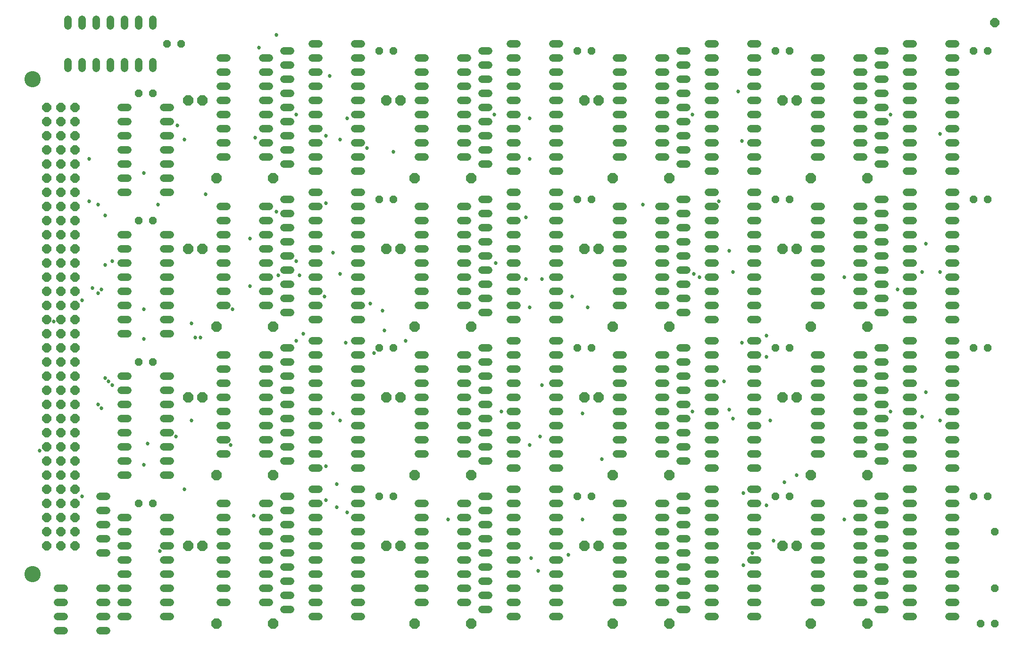
<source format=gbr>
G04 EAGLE Gerber RS-274X export*
G75*
%MOMM*%
%FSLAX34Y34*%
%LPD*%
%INSoldermask Top*%
%IPPOS*%
%AMOC8*
5,1,8,0,0,1.08239X$1,22.5*%
G01*
%ADD10P,1.787026X8X202.500000*%
%ADD11C,2.921000*%
%ADD12P,1.457113X8X202.500000*%
%ADD13P,1.457113X8X112.500000*%
%ADD14C,1.346200*%
%ADD15P,1.457113X8X22.500000*%
%ADD16P,1.951982X8X202.500000*%
%ADD17P,1.951982X8X22.500000*%
%ADD18P,1.787026X8X22.500000*%
%ADD19C,0.685800*%


D10*
X50800Y177800D03*
X50800Y203200D03*
X50800Y228600D03*
X50800Y254000D03*
X50800Y279400D03*
X50800Y304800D03*
X50800Y330200D03*
X50800Y355600D03*
X50800Y381000D03*
X50800Y406400D03*
X50800Y431800D03*
X50800Y457200D03*
X50800Y482600D03*
X50800Y508000D03*
X50800Y533400D03*
X50800Y558800D03*
X76200Y177800D03*
X76200Y203200D03*
X76200Y228600D03*
X76200Y254000D03*
X76200Y279400D03*
X76200Y304800D03*
X76200Y330200D03*
X76200Y355600D03*
X76200Y381000D03*
X76200Y406400D03*
X76200Y431800D03*
X76200Y457200D03*
X76200Y482600D03*
X76200Y508000D03*
X76200Y533400D03*
X76200Y558800D03*
X101600Y177800D03*
X101600Y203200D03*
X101600Y228600D03*
X101600Y254000D03*
X101600Y279400D03*
X101600Y304800D03*
X101600Y330200D03*
X101600Y355600D03*
X101600Y381000D03*
X101600Y406400D03*
X101600Y431800D03*
X101600Y457200D03*
X101600Y482600D03*
X101600Y508000D03*
X101600Y533400D03*
X101600Y558800D03*
X50800Y584200D03*
X50800Y609600D03*
X50800Y635000D03*
X50800Y660400D03*
X50800Y685800D03*
X50800Y711200D03*
X50800Y736600D03*
X50800Y762000D03*
X50800Y787400D03*
X50800Y812800D03*
X50800Y838200D03*
X50800Y863600D03*
X50800Y889000D03*
X50800Y914400D03*
X50800Y939800D03*
X50800Y965200D03*
X76200Y584200D03*
X76200Y609600D03*
X76200Y635000D03*
X76200Y660400D03*
X76200Y685800D03*
X76200Y711200D03*
X76200Y736600D03*
X76200Y762000D03*
X76200Y787400D03*
X76200Y812800D03*
X76200Y838200D03*
X76200Y863600D03*
X76200Y889000D03*
X76200Y914400D03*
X76200Y939800D03*
X76200Y965200D03*
X101600Y584200D03*
X101600Y609600D03*
X101600Y635000D03*
X101600Y660400D03*
X101600Y685800D03*
X101600Y711200D03*
X101600Y736600D03*
X101600Y762000D03*
X101600Y787400D03*
X101600Y812800D03*
X101600Y838200D03*
X101600Y863600D03*
X101600Y889000D03*
X101600Y914400D03*
X101600Y939800D03*
X101600Y965200D03*
D11*
X25400Y1016064D03*
X25400Y126936D03*
D12*
X1752600Y38100D03*
X1727200Y38100D03*
D13*
X1752600Y101600D03*
X1752600Y203200D03*
D14*
X539496Y1079500D02*
X527304Y1079500D01*
X527304Y1054100D02*
X539496Y1054100D01*
X539496Y927100D02*
X527304Y927100D01*
X527304Y901700D02*
X539496Y901700D01*
X539496Y1028700D02*
X527304Y1028700D01*
X527304Y1003300D02*
X539496Y1003300D01*
X539496Y952500D02*
X527304Y952500D01*
X527304Y977900D02*
X539496Y977900D01*
X539496Y876300D02*
X527304Y876300D01*
X527304Y850900D02*
X539496Y850900D01*
X603504Y850900D02*
X615696Y850900D01*
X615696Y876300D02*
X603504Y876300D01*
X603504Y901700D02*
X615696Y901700D01*
X615696Y927100D02*
X603504Y927100D01*
X603504Y952500D02*
X615696Y952500D01*
X615696Y977900D02*
X603504Y977900D01*
X603504Y1003300D02*
X615696Y1003300D01*
X615696Y1028700D02*
X603504Y1028700D01*
X603504Y1054100D02*
X615696Y1054100D01*
X615696Y1079500D02*
X603504Y1079500D01*
X488696Y1066800D02*
X476504Y1066800D01*
X476504Y1041400D02*
X488696Y1041400D01*
X488696Y1016000D02*
X476504Y1016000D01*
X476504Y990600D02*
X488696Y990600D01*
X488696Y965200D02*
X476504Y965200D01*
X476504Y939800D02*
X488696Y939800D01*
X488696Y914400D02*
X476504Y914400D01*
X476504Y889000D02*
X488696Y889000D01*
X488696Y863600D02*
X476504Y863600D01*
X527304Y812800D02*
X539496Y812800D01*
X539496Y787400D02*
X527304Y787400D01*
X527304Y660400D02*
X539496Y660400D01*
X539496Y635000D02*
X527304Y635000D01*
X527304Y762000D02*
X539496Y762000D01*
X539496Y736600D02*
X527304Y736600D01*
X527304Y685800D02*
X539496Y685800D01*
X539496Y711200D02*
X527304Y711200D01*
X527304Y609600D02*
X539496Y609600D01*
X539496Y584200D02*
X527304Y584200D01*
X603504Y584200D02*
X615696Y584200D01*
X615696Y609600D02*
X603504Y609600D01*
X603504Y635000D02*
X615696Y635000D01*
X615696Y660400D02*
X603504Y660400D01*
X603504Y685800D02*
X615696Y685800D01*
X615696Y711200D02*
X603504Y711200D01*
X603504Y736600D02*
X615696Y736600D01*
X615696Y762000D02*
X603504Y762000D01*
X603504Y787400D02*
X615696Y787400D01*
X615696Y812800D02*
X603504Y812800D01*
X488696Y800100D02*
X476504Y800100D01*
X476504Y774700D02*
X488696Y774700D01*
X488696Y749300D02*
X476504Y749300D01*
X476504Y723900D02*
X488696Y723900D01*
X488696Y698500D02*
X476504Y698500D01*
X476504Y673100D02*
X488696Y673100D01*
X488696Y647700D02*
X476504Y647700D01*
X476504Y622300D02*
X488696Y622300D01*
X488696Y596900D02*
X476504Y596900D01*
X527304Y546100D02*
X539496Y546100D01*
X539496Y520700D02*
X527304Y520700D01*
X527304Y393700D02*
X539496Y393700D01*
X539496Y368300D02*
X527304Y368300D01*
X527304Y495300D02*
X539496Y495300D01*
X539496Y469900D02*
X527304Y469900D01*
X527304Y419100D02*
X539496Y419100D01*
X539496Y444500D02*
X527304Y444500D01*
X527304Y342900D02*
X539496Y342900D01*
X539496Y317500D02*
X527304Y317500D01*
X603504Y317500D02*
X615696Y317500D01*
X615696Y342900D02*
X603504Y342900D01*
X603504Y368300D02*
X615696Y368300D01*
X615696Y393700D02*
X603504Y393700D01*
X603504Y419100D02*
X615696Y419100D01*
X615696Y444500D02*
X603504Y444500D01*
X603504Y469900D02*
X615696Y469900D01*
X615696Y495300D02*
X603504Y495300D01*
X603504Y520700D02*
X615696Y520700D01*
X615696Y546100D02*
X603504Y546100D01*
X488696Y533400D02*
X476504Y533400D01*
X476504Y508000D02*
X488696Y508000D01*
X488696Y482600D02*
X476504Y482600D01*
X476504Y457200D02*
X488696Y457200D01*
X488696Y431800D02*
X476504Y431800D01*
X476504Y406400D02*
X488696Y406400D01*
X488696Y381000D02*
X476504Y381000D01*
X476504Y355600D02*
X488696Y355600D01*
X488696Y330200D02*
X476504Y330200D01*
X527304Y279400D02*
X539496Y279400D01*
X539496Y254000D02*
X527304Y254000D01*
X527304Y127000D02*
X539496Y127000D01*
X539496Y101600D02*
X527304Y101600D01*
X527304Y228600D02*
X539496Y228600D01*
X539496Y203200D02*
X527304Y203200D01*
X527304Y152400D02*
X539496Y152400D01*
X539496Y177800D02*
X527304Y177800D01*
X527304Y76200D02*
X539496Y76200D01*
X539496Y50800D02*
X527304Y50800D01*
X603504Y50800D02*
X615696Y50800D01*
X615696Y76200D02*
X603504Y76200D01*
X603504Y101600D02*
X615696Y101600D01*
X615696Y127000D02*
X603504Y127000D01*
X603504Y152400D02*
X615696Y152400D01*
X615696Y177800D02*
X603504Y177800D01*
X603504Y203200D02*
X615696Y203200D01*
X615696Y228600D02*
X603504Y228600D01*
X603504Y254000D02*
X615696Y254000D01*
X615696Y279400D02*
X603504Y279400D01*
X488696Y266700D02*
X476504Y266700D01*
X476504Y241300D02*
X488696Y241300D01*
X488696Y215900D02*
X476504Y215900D01*
X476504Y190500D02*
X488696Y190500D01*
X488696Y165100D02*
X476504Y165100D01*
X476504Y139700D02*
X488696Y139700D01*
X488696Y114300D02*
X476504Y114300D01*
X476504Y88900D02*
X488696Y88900D01*
X488696Y63500D02*
X476504Y63500D01*
X882904Y1079500D02*
X895096Y1079500D01*
X895096Y1054100D02*
X882904Y1054100D01*
X882904Y927100D02*
X895096Y927100D01*
X895096Y901700D02*
X882904Y901700D01*
X882904Y1028700D02*
X895096Y1028700D01*
X895096Y1003300D02*
X882904Y1003300D01*
X882904Y952500D02*
X895096Y952500D01*
X895096Y977900D02*
X882904Y977900D01*
X882904Y876300D02*
X895096Y876300D01*
X895096Y850900D02*
X882904Y850900D01*
X959104Y850900D02*
X971296Y850900D01*
X971296Y876300D02*
X959104Y876300D01*
X959104Y901700D02*
X971296Y901700D01*
X971296Y927100D02*
X959104Y927100D01*
X959104Y952500D02*
X971296Y952500D01*
X971296Y977900D02*
X959104Y977900D01*
X959104Y1003300D02*
X971296Y1003300D01*
X971296Y1028700D02*
X959104Y1028700D01*
X959104Y1054100D02*
X971296Y1054100D01*
X971296Y1079500D02*
X959104Y1079500D01*
X844296Y1066800D02*
X832104Y1066800D01*
X832104Y1041400D02*
X844296Y1041400D01*
X844296Y1016000D02*
X832104Y1016000D01*
X832104Y990600D02*
X844296Y990600D01*
X844296Y965200D02*
X832104Y965200D01*
X832104Y939800D02*
X844296Y939800D01*
X844296Y914400D02*
X832104Y914400D01*
X832104Y889000D02*
X844296Y889000D01*
X844296Y863600D02*
X832104Y863600D01*
X882904Y812800D02*
X895096Y812800D01*
X895096Y787400D02*
X882904Y787400D01*
X882904Y660400D02*
X895096Y660400D01*
X895096Y635000D02*
X882904Y635000D01*
X882904Y762000D02*
X895096Y762000D01*
X895096Y736600D02*
X882904Y736600D01*
X882904Y685800D02*
X895096Y685800D01*
X895096Y711200D02*
X882904Y711200D01*
X882904Y609600D02*
X895096Y609600D01*
X895096Y584200D02*
X882904Y584200D01*
X959104Y584200D02*
X971296Y584200D01*
X971296Y609600D02*
X959104Y609600D01*
X959104Y635000D02*
X971296Y635000D01*
X971296Y660400D02*
X959104Y660400D01*
X959104Y685800D02*
X971296Y685800D01*
X971296Y711200D02*
X959104Y711200D01*
X959104Y736600D02*
X971296Y736600D01*
X971296Y762000D02*
X959104Y762000D01*
X959104Y787400D02*
X971296Y787400D01*
X971296Y812800D02*
X959104Y812800D01*
X844296Y800100D02*
X832104Y800100D01*
X832104Y774700D02*
X844296Y774700D01*
X844296Y749300D02*
X832104Y749300D01*
X832104Y723900D02*
X844296Y723900D01*
X844296Y698500D02*
X832104Y698500D01*
X832104Y673100D02*
X844296Y673100D01*
X844296Y647700D02*
X832104Y647700D01*
X832104Y622300D02*
X844296Y622300D01*
X844296Y596900D02*
X832104Y596900D01*
X882904Y546100D02*
X895096Y546100D01*
X895096Y520700D02*
X882904Y520700D01*
X882904Y393700D02*
X895096Y393700D01*
X895096Y368300D02*
X882904Y368300D01*
X882904Y495300D02*
X895096Y495300D01*
X895096Y469900D02*
X882904Y469900D01*
X882904Y419100D02*
X895096Y419100D01*
X895096Y444500D02*
X882904Y444500D01*
X882904Y342900D02*
X895096Y342900D01*
X895096Y317500D02*
X882904Y317500D01*
X959104Y317500D02*
X971296Y317500D01*
X971296Y342900D02*
X959104Y342900D01*
X959104Y368300D02*
X971296Y368300D01*
X971296Y393700D02*
X959104Y393700D01*
X959104Y419100D02*
X971296Y419100D01*
X971296Y444500D02*
X959104Y444500D01*
X959104Y469900D02*
X971296Y469900D01*
X971296Y495300D02*
X959104Y495300D01*
X959104Y520700D02*
X971296Y520700D01*
X971296Y546100D02*
X959104Y546100D01*
X844296Y533400D02*
X832104Y533400D01*
X832104Y508000D02*
X844296Y508000D01*
X844296Y482600D02*
X832104Y482600D01*
X832104Y457200D02*
X844296Y457200D01*
X844296Y431800D02*
X832104Y431800D01*
X832104Y406400D02*
X844296Y406400D01*
X844296Y381000D02*
X832104Y381000D01*
X832104Y355600D02*
X844296Y355600D01*
X844296Y330200D02*
X832104Y330200D01*
X882904Y279400D02*
X895096Y279400D01*
X895096Y254000D02*
X882904Y254000D01*
X882904Y127000D02*
X895096Y127000D01*
X895096Y101600D02*
X882904Y101600D01*
X882904Y228600D02*
X895096Y228600D01*
X895096Y203200D02*
X882904Y203200D01*
X882904Y152400D02*
X895096Y152400D01*
X895096Y177800D02*
X882904Y177800D01*
X882904Y76200D02*
X895096Y76200D01*
X895096Y50800D02*
X882904Y50800D01*
X959104Y50800D02*
X971296Y50800D01*
X971296Y76200D02*
X959104Y76200D01*
X959104Y101600D02*
X971296Y101600D01*
X971296Y127000D02*
X959104Y127000D01*
X959104Y152400D02*
X971296Y152400D01*
X971296Y177800D02*
X959104Y177800D01*
X959104Y203200D02*
X971296Y203200D01*
X971296Y228600D02*
X959104Y228600D01*
X959104Y254000D02*
X971296Y254000D01*
X971296Y279400D02*
X959104Y279400D01*
X844296Y266700D02*
X832104Y266700D01*
X832104Y241300D02*
X844296Y241300D01*
X844296Y215900D02*
X832104Y215900D01*
X832104Y190500D02*
X844296Y190500D01*
X844296Y165100D02*
X832104Y165100D01*
X832104Y139700D02*
X844296Y139700D01*
X844296Y114300D02*
X832104Y114300D01*
X832104Y88900D02*
X844296Y88900D01*
X844296Y63500D02*
X832104Y63500D01*
X1238504Y1079500D02*
X1250696Y1079500D01*
X1250696Y1054100D02*
X1238504Y1054100D01*
X1238504Y927100D02*
X1250696Y927100D01*
X1250696Y901700D02*
X1238504Y901700D01*
X1238504Y1028700D02*
X1250696Y1028700D01*
X1250696Y1003300D02*
X1238504Y1003300D01*
X1238504Y952500D02*
X1250696Y952500D01*
X1250696Y977900D02*
X1238504Y977900D01*
X1238504Y876300D02*
X1250696Y876300D01*
X1250696Y850900D02*
X1238504Y850900D01*
X1314704Y850900D02*
X1326896Y850900D01*
X1326896Y876300D02*
X1314704Y876300D01*
X1314704Y901700D02*
X1326896Y901700D01*
X1326896Y927100D02*
X1314704Y927100D01*
X1314704Y952500D02*
X1326896Y952500D01*
X1326896Y977900D02*
X1314704Y977900D01*
X1314704Y1003300D02*
X1326896Y1003300D01*
X1326896Y1028700D02*
X1314704Y1028700D01*
X1314704Y1054100D02*
X1326896Y1054100D01*
X1326896Y1079500D02*
X1314704Y1079500D01*
X1199896Y1066800D02*
X1187704Y1066800D01*
X1187704Y1041400D02*
X1199896Y1041400D01*
X1199896Y1016000D02*
X1187704Y1016000D01*
X1187704Y990600D02*
X1199896Y990600D01*
X1199896Y965200D02*
X1187704Y965200D01*
X1187704Y939800D02*
X1199896Y939800D01*
X1199896Y914400D02*
X1187704Y914400D01*
X1187704Y889000D02*
X1199896Y889000D01*
X1199896Y863600D02*
X1187704Y863600D01*
X1238504Y812800D02*
X1250696Y812800D01*
X1250696Y787400D02*
X1238504Y787400D01*
X1238504Y660400D02*
X1250696Y660400D01*
X1250696Y635000D02*
X1238504Y635000D01*
X1238504Y762000D02*
X1250696Y762000D01*
X1250696Y736600D02*
X1238504Y736600D01*
X1238504Y685800D02*
X1250696Y685800D01*
X1250696Y711200D02*
X1238504Y711200D01*
X1238504Y609600D02*
X1250696Y609600D01*
X1250696Y584200D02*
X1238504Y584200D01*
X1314704Y584200D02*
X1326896Y584200D01*
X1326896Y609600D02*
X1314704Y609600D01*
X1314704Y635000D02*
X1326896Y635000D01*
X1326896Y660400D02*
X1314704Y660400D01*
X1314704Y685800D02*
X1326896Y685800D01*
X1326896Y711200D02*
X1314704Y711200D01*
X1314704Y736600D02*
X1326896Y736600D01*
X1326896Y762000D02*
X1314704Y762000D01*
X1314704Y787400D02*
X1326896Y787400D01*
X1326896Y812800D02*
X1314704Y812800D01*
X1199896Y800100D02*
X1187704Y800100D01*
X1187704Y774700D02*
X1199896Y774700D01*
X1199896Y749300D02*
X1187704Y749300D01*
X1187704Y723900D02*
X1199896Y723900D01*
X1199896Y698500D02*
X1187704Y698500D01*
X1187704Y673100D02*
X1199896Y673100D01*
X1199896Y647700D02*
X1187704Y647700D01*
X1187704Y622300D02*
X1199896Y622300D01*
X1199896Y596900D02*
X1187704Y596900D01*
X1238504Y546100D02*
X1250696Y546100D01*
X1250696Y520700D02*
X1238504Y520700D01*
X1238504Y393700D02*
X1250696Y393700D01*
X1250696Y368300D02*
X1238504Y368300D01*
X1238504Y495300D02*
X1250696Y495300D01*
X1250696Y469900D02*
X1238504Y469900D01*
X1238504Y419100D02*
X1250696Y419100D01*
X1250696Y444500D02*
X1238504Y444500D01*
X1238504Y342900D02*
X1250696Y342900D01*
X1250696Y317500D02*
X1238504Y317500D01*
X1314704Y317500D02*
X1326896Y317500D01*
X1326896Y342900D02*
X1314704Y342900D01*
X1314704Y368300D02*
X1326896Y368300D01*
X1326896Y393700D02*
X1314704Y393700D01*
X1314704Y419100D02*
X1326896Y419100D01*
X1326896Y444500D02*
X1314704Y444500D01*
X1314704Y469900D02*
X1326896Y469900D01*
X1326896Y495300D02*
X1314704Y495300D01*
X1314704Y520700D02*
X1326896Y520700D01*
X1326896Y546100D02*
X1314704Y546100D01*
X1199896Y533400D02*
X1187704Y533400D01*
X1187704Y508000D02*
X1199896Y508000D01*
X1199896Y482600D02*
X1187704Y482600D01*
X1187704Y457200D02*
X1199896Y457200D01*
X1199896Y431800D02*
X1187704Y431800D01*
X1187704Y406400D02*
X1199896Y406400D01*
X1199896Y381000D02*
X1187704Y381000D01*
X1187704Y355600D02*
X1199896Y355600D01*
X1199896Y330200D02*
X1187704Y330200D01*
X1238504Y279400D02*
X1250696Y279400D01*
X1250696Y254000D02*
X1238504Y254000D01*
X1238504Y127000D02*
X1250696Y127000D01*
X1250696Y101600D02*
X1238504Y101600D01*
X1238504Y228600D02*
X1250696Y228600D01*
X1250696Y203200D02*
X1238504Y203200D01*
X1238504Y152400D02*
X1250696Y152400D01*
X1250696Y177800D02*
X1238504Y177800D01*
X1238504Y76200D02*
X1250696Y76200D01*
X1250696Y50800D02*
X1238504Y50800D01*
X1314704Y50800D02*
X1326896Y50800D01*
X1326896Y76200D02*
X1314704Y76200D01*
X1314704Y101600D02*
X1326896Y101600D01*
X1326896Y127000D02*
X1314704Y127000D01*
X1314704Y152400D02*
X1326896Y152400D01*
X1326896Y177800D02*
X1314704Y177800D01*
X1314704Y203200D02*
X1326896Y203200D01*
X1326896Y228600D02*
X1314704Y228600D01*
X1314704Y254000D02*
X1326896Y254000D01*
X1326896Y279400D02*
X1314704Y279400D01*
X1199896Y266700D02*
X1187704Y266700D01*
X1187704Y241300D02*
X1199896Y241300D01*
X1199896Y215900D02*
X1187704Y215900D01*
X1187704Y190500D02*
X1199896Y190500D01*
X1199896Y165100D02*
X1187704Y165100D01*
X1187704Y139700D02*
X1199896Y139700D01*
X1199896Y114300D02*
X1187704Y114300D01*
X1187704Y88900D02*
X1199896Y88900D01*
X1199896Y63500D02*
X1187704Y63500D01*
X1594104Y1079500D02*
X1606296Y1079500D01*
X1606296Y1054100D02*
X1594104Y1054100D01*
X1594104Y927100D02*
X1606296Y927100D01*
X1606296Y901700D02*
X1594104Y901700D01*
X1594104Y1028700D02*
X1606296Y1028700D01*
X1606296Y1003300D02*
X1594104Y1003300D01*
X1594104Y952500D02*
X1606296Y952500D01*
X1606296Y977900D02*
X1594104Y977900D01*
X1594104Y876300D02*
X1606296Y876300D01*
X1606296Y850900D02*
X1594104Y850900D01*
X1670304Y850900D02*
X1682496Y850900D01*
X1682496Y876300D02*
X1670304Y876300D01*
X1670304Y901700D02*
X1682496Y901700D01*
X1682496Y927100D02*
X1670304Y927100D01*
X1670304Y952500D02*
X1682496Y952500D01*
X1682496Y977900D02*
X1670304Y977900D01*
X1670304Y1003300D02*
X1682496Y1003300D01*
X1682496Y1028700D02*
X1670304Y1028700D01*
X1670304Y1054100D02*
X1682496Y1054100D01*
X1682496Y1079500D02*
X1670304Y1079500D01*
X1555496Y1066800D02*
X1543304Y1066800D01*
X1543304Y1041400D02*
X1555496Y1041400D01*
X1555496Y1016000D02*
X1543304Y1016000D01*
X1543304Y990600D02*
X1555496Y990600D01*
X1555496Y965200D02*
X1543304Y965200D01*
X1543304Y939800D02*
X1555496Y939800D01*
X1555496Y914400D02*
X1543304Y914400D01*
X1543304Y889000D02*
X1555496Y889000D01*
X1555496Y863600D02*
X1543304Y863600D01*
X1594104Y812800D02*
X1606296Y812800D01*
X1606296Y787400D02*
X1594104Y787400D01*
X1594104Y660400D02*
X1606296Y660400D01*
X1606296Y635000D02*
X1594104Y635000D01*
X1594104Y762000D02*
X1606296Y762000D01*
X1606296Y736600D02*
X1594104Y736600D01*
X1594104Y685800D02*
X1606296Y685800D01*
X1606296Y711200D02*
X1594104Y711200D01*
X1594104Y609600D02*
X1606296Y609600D01*
X1606296Y584200D02*
X1594104Y584200D01*
X1670304Y584200D02*
X1682496Y584200D01*
X1682496Y609600D02*
X1670304Y609600D01*
X1670304Y635000D02*
X1682496Y635000D01*
X1682496Y660400D02*
X1670304Y660400D01*
X1670304Y685800D02*
X1682496Y685800D01*
X1682496Y711200D02*
X1670304Y711200D01*
X1670304Y736600D02*
X1682496Y736600D01*
X1682496Y762000D02*
X1670304Y762000D01*
X1670304Y787400D02*
X1682496Y787400D01*
X1682496Y812800D02*
X1670304Y812800D01*
X1555496Y800100D02*
X1543304Y800100D01*
X1543304Y774700D02*
X1555496Y774700D01*
X1555496Y749300D02*
X1543304Y749300D01*
X1543304Y723900D02*
X1555496Y723900D01*
X1555496Y698500D02*
X1543304Y698500D01*
X1543304Y673100D02*
X1555496Y673100D01*
X1555496Y647700D02*
X1543304Y647700D01*
X1543304Y622300D02*
X1555496Y622300D01*
X1555496Y596900D02*
X1543304Y596900D01*
X1594104Y546100D02*
X1606296Y546100D01*
X1606296Y520700D02*
X1594104Y520700D01*
X1594104Y393700D02*
X1606296Y393700D01*
X1606296Y368300D02*
X1594104Y368300D01*
X1594104Y495300D02*
X1606296Y495300D01*
X1606296Y469900D02*
X1594104Y469900D01*
X1594104Y419100D02*
X1606296Y419100D01*
X1606296Y444500D02*
X1594104Y444500D01*
X1594104Y342900D02*
X1606296Y342900D01*
X1606296Y317500D02*
X1594104Y317500D01*
X1670304Y317500D02*
X1682496Y317500D01*
X1682496Y342900D02*
X1670304Y342900D01*
X1670304Y368300D02*
X1682496Y368300D01*
X1682496Y393700D02*
X1670304Y393700D01*
X1670304Y419100D02*
X1682496Y419100D01*
X1682496Y444500D02*
X1670304Y444500D01*
X1670304Y469900D02*
X1682496Y469900D01*
X1682496Y495300D02*
X1670304Y495300D01*
X1670304Y520700D02*
X1682496Y520700D01*
X1682496Y546100D02*
X1670304Y546100D01*
X1555496Y533400D02*
X1543304Y533400D01*
X1543304Y508000D02*
X1555496Y508000D01*
X1555496Y482600D02*
X1543304Y482600D01*
X1543304Y457200D02*
X1555496Y457200D01*
X1555496Y431800D02*
X1543304Y431800D01*
X1543304Y406400D02*
X1555496Y406400D01*
X1555496Y381000D02*
X1543304Y381000D01*
X1543304Y355600D02*
X1555496Y355600D01*
X1555496Y330200D02*
X1543304Y330200D01*
X1594104Y279400D02*
X1606296Y279400D01*
X1606296Y254000D02*
X1594104Y254000D01*
X1594104Y127000D02*
X1606296Y127000D01*
X1606296Y101600D02*
X1594104Y101600D01*
X1594104Y228600D02*
X1606296Y228600D01*
X1606296Y203200D02*
X1594104Y203200D01*
X1594104Y152400D02*
X1606296Y152400D01*
X1606296Y177800D02*
X1594104Y177800D01*
X1594104Y76200D02*
X1606296Y76200D01*
X1606296Y50800D02*
X1594104Y50800D01*
X1670304Y50800D02*
X1682496Y50800D01*
X1682496Y76200D02*
X1670304Y76200D01*
X1670304Y101600D02*
X1682496Y101600D01*
X1682496Y127000D02*
X1670304Y127000D01*
X1670304Y152400D02*
X1682496Y152400D01*
X1682496Y177800D02*
X1670304Y177800D01*
X1670304Y203200D02*
X1682496Y203200D01*
X1682496Y228600D02*
X1670304Y228600D01*
X1670304Y254000D02*
X1682496Y254000D01*
X1682496Y279400D02*
X1670304Y279400D01*
X1555496Y266700D02*
X1543304Y266700D01*
X1543304Y241300D02*
X1555496Y241300D01*
X1555496Y215900D02*
X1543304Y215900D01*
X1543304Y190500D02*
X1555496Y190500D01*
X1555496Y165100D02*
X1543304Y165100D01*
X1543304Y139700D02*
X1555496Y139700D01*
X1555496Y114300D02*
X1543304Y114300D01*
X1543304Y88900D02*
X1555496Y88900D01*
X1555496Y63500D02*
X1543304Y63500D01*
X196596Y965200D02*
X184404Y965200D01*
X184404Y939800D02*
X196596Y939800D01*
X196596Y812800D02*
X184404Y812800D01*
X260604Y812800D02*
X272796Y812800D01*
X196596Y914400D02*
X184404Y914400D01*
X184404Y889000D02*
X196596Y889000D01*
X196596Y838200D02*
X184404Y838200D01*
X184404Y863600D02*
X196596Y863600D01*
X260604Y838200D02*
X272796Y838200D01*
X272796Y863600D02*
X260604Y863600D01*
X260604Y889000D02*
X272796Y889000D01*
X272796Y914400D02*
X260604Y914400D01*
X260604Y939800D02*
X272796Y939800D01*
X272796Y965200D02*
X260604Y965200D01*
X196596Y736600D02*
X184404Y736600D01*
X184404Y711200D02*
X196596Y711200D01*
X196596Y584200D02*
X184404Y584200D01*
X184404Y558800D02*
X196596Y558800D01*
X196596Y685800D02*
X184404Y685800D01*
X184404Y660400D02*
X196596Y660400D01*
X196596Y609600D02*
X184404Y609600D01*
X184404Y635000D02*
X196596Y635000D01*
X260604Y558800D02*
X272796Y558800D01*
X272796Y584200D02*
X260604Y584200D01*
X260604Y609600D02*
X272796Y609600D01*
X272796Y635000D02*
X260604Y635000D01*
X260604Y660400D02*
X272796Y660400D01*
X272796Y685800D02*
X260604Y685800D01*
X260604Y711200D02*
X272796Y711200D01*
X272796Y736600D02*
X260604Y736600D01*
X196596Y482600D02*
X184404Y482600D01*
X184404Y457200D02*
X196596Y457200D01*
X196596Y330200D02*
X184404Y330200D01*
X184404Y304800D02*
X196596Y304800D01*
X196596Y431800D02*
X184404Y431800D01*
X184404Y406400D02*
X196596Y406400D01*
X196596Y355600D02*
X184404Y355600D01*
X184404Y381000D02*
X196596Y381000D01*
X260604Y304800D02*
X272796Y304800D01*
X272796Y330200D02*
X260604Y330200D01*
X260604Y355600D02*
X272796Y355600D01*
X272796Y381000D02*
X260604Y381000D01*
X260604Y406400D02*
X272796Y406400D01*
X272796Y431800D02*
X260604Y431800D01*
X260604Y457200D02*
X272796Y457200D01*
X272796Y482600D02*
X260604Y482600D01*
X438404Y876300D02*
X450596Y876300D01*
X450596Y901700D02*
X438404Y901700D01*
X438404Y1028700D02*
X450596Y1028700D01*
X450596Y1054100D02*
X438404Y1054100D01*
X438404Y927100D02*
X450596Y927100D01*
X450596Y952500D02*
X438404Y952500D01*
X438404Y1003300D02*
X450596Y1003300D01*
X450596Y977900D02*
X438404Y977900D01*
X374396Y1054100D02*
X362204Y1054100D01*
X362204Y1028700D02*
X374396Y1028700D01*
X374396Y1003300D02*
X362204Y1003300D01*
X362204Y977900D02*
X374396Y977900D01*
X374396Y952500D02*
X362204Y952500D01*
X362204Y927100D02*
X374396Y927100D01*
X374396Y901700D02*
X362204Y901700D01*
X362204Y876300D02*
X374396Y876300D01*
X438404Y609600D02*
X450596Y609600D01*
X450596Y635000D02*
X438404Y635000D01*
X438404Y762000D02*
X450596Y762000D01*
X450596Y787400D02*
X438404Y787400D01*
X438404Y660400D02*
X450596Y660400D01*
X450596Y685800D02*
X438404Y685800D01*
X438404Y736600D02*
X450596Y736600D01*
X450596Y711200D02*
X438404Y711200D01*
X374396Y787400D02*
X362204Y787400D01*
X362204Y762000D02*
X374396Y762000D01*
X374396Y736600D02*
X362204Y736600D01*
X362204Y711200D02*
X374396Y711200D01*
X374396Y685800D02*
X362204Y685800D01*
X362204Y660400D02*
X374396Y660400D01*
X374396Y635000D02*
X362204Y635000D01*
X362204Y609600D02*
X374396Y609600D01*
X438404Y342900D02*
X450596Y342900D01*
X450596Y368300D02*
X438404Y368300D01*
X438404Y495300D02*
X450596Y495300D01*
X450596Y520700D02*
X438404Y520700D01*
X438404Y393700D02*
X450596Y393700D01*
X450596Y419100D02*
X438404Y419100D01*
X438404Y469900D02*
X450596Y469900D01*
X450596Y444500D02*
X438404Y444500D01*
X374396Y520700D02*
X362204Y520700D01*
X362204Y495300D02*
X374396Y495300D01*
X374396Y469900D02*
X362204Y469900D01*
X362204Y444500D02*
X374396Y444500D01*
X374396Y419100D02*
X362204Y419100D01*
X362204Y393700D02*
X374396Y393700D01*
X374396Y368300D02*
X362204Y368300D01*
X362204Y342900D02*
X374396Y342900D01*
X438404Y76200D02*
X450596Y76200D01*
X450596Y101600D02*
X438404Y101600D01*
X438404Y228600D02*
X450596Y228600D01*
X450596Y254000D02*
X438404Y254000D01*
X438404Y127000D02*
X450596Y127000D01*
X450596Y152400D02*
X438404Y152400D01*
X438404Y203200D02*
X450596Y203200D01*
X450596Y177800D02*
X438404Y177800D01*
X374396Y254000D02*
X362204Y254000D01*
X362204Y228600D02*
X374396Y228600D01*
X374396Y203200D02*
X362204Y203200D01*
X362204Y177800D02*
X374396Y177800D01*
X374396Y152400D02*
X362204Y152400D01*
X362204Y127000D02*
X374396Y127000D01*
X374396Y101600D02*
X362204Y101600D01*
X362204Y76200D02*
X374396Y76200D01*
X794004Y876300D02*
X806196Y876300D01*
X806196Y901700D02*
X794004Y901700D01*
X794004Y1028700D02*
X806196Y1028700D01*
X806196Y1054100D02*
X794004Y1054100D01*
X794004Y927100D02*
X806196Y927100D01*
X806196Y952500D02*
X794004Y952500D01*
X794004Y1003300D02*
X806196Y1003300D01*
X806196Y977900D02*
X794004Y977900D01*
X729996Y1054100D02*
X717804Y1054100D01*
X717804Y1028700D02*
X729996Y1028700D01*
X729996Y1003300D02*
X717804Y1003300D01*
X717804Y977900D02*
X729996Y977900D01*
X729996Y952500D02*
X717804Y952500D01*
X717804Y927100D02*
X729996Y927100D01*
X729996Y901700D02*
X717804Y901700D01*
X717804Y876300D02*
X729996Y876300D01*
X794004Y609600D02*
X806196Y609600D01*
X806196Y635000D02*
X794004Y635000D01*
X794004Y762000D02*
X806196Y762000D01*
X806196Y787400D02*
X794004Y787400D01*
X794004Y660400D02*
X806196Y660400D01*
X806196Y685800D02*
X794004Y685800D01*
X794004Y736600D02*
X806196Y736600D01*
X806196Y711200D02*
X794004Y711200D01*
X729996Y787400D02*
X717804Y787400D01*
X717804Y762000D02*
X729996Y762000D01*
X729996Y736600D02*
X717804Y736600D01*
X717804Y711200D02*
X729996Y711200D01*
X729996Y685800D02*
X717804Y685800D01*
X717804Y660400D02*
X729996Y660400D01*
X729996Y635000D02*
X717804Y635000D01*
X717804Y609600D02*
X729996Y609600D01*
X794004Y342900D02*
X806196Y342900D01*
X806196Y368300D02*
X794004Y368300D01*
X794004Y495300D02*
X806196Y495300D01*
X806196Y520700D02*
X794004Y520700D01*
X794004Y393700D02*
X806196Y393700D01*
X806196Y419100D02*
X794004Y419100D01*
X794004Y469900D02*
X806196Y469900D01*
X806196Y444500D02*
X794004Y444500D01*
X729996Y520700D02*
X717804Y520700D01*
X717804Y495300D02*
X729996Y495300D01*
X729996Y469900D02*
X717804Y469900D01*
X717804Y444500D02*
X729996Y444500D01*
X729996Y419100D02*
X717804Y419100D01*
X717804Y393700D02*
X729996Y393700D01*
X729996Y368300D02*
X717804Y368300D01*
X717804Y342900D02*
X729996Y342900D01*
X794004Y76200D02*
X806196Y76200D01*
X806196Y101600D02*
X794004Y101600D01*
X794004Y228600D02*
X806196Y228600D01*
X806196Y254000D02*
X794004Y254000D01*
X794004Y127000D02*
X806196Y127000D01*
X806196Y152400D02*
X794004Y152400D01*
X794004Y203200D02*
X806196Y203200D01*
X806196Y177800D02*
X794004Y177800D01*
X729996Y254000D02*
X717804Y254000D01*
X717804Y228600D02*
X729996Y228600D01*
X729996Y203200D02*
X717804Y203200D01*
X717804Y177800D02*
X729996Y177800D01*
X729996Y152400D02*
X717804Y152400D01*
X717804Y127000D02*
X729996Y127000D01*
X729996Y101600D02*
X717804Y101600D01*
X717804Y76200D02*
X729996Y76200D01*
X1149604Y876300D02*
X1161796Y876300D01*
X1161796Y901700D02*
X1149604Y901700D01*
X1149604Y1028700D02*
X1161796Y1028700D01*
X1161796Y1054100D02*
X1149604Y1054100D01*
X1149604Y927100D02*
X1161796Y927100D01*
X1161796Y952500D02*
X1149604Y952500D01*
X1149604Y1003300D02*
X1161796Y1003300D01*
X1161796Y977900D02*
X1149604Y977900D01*
X1085596Y1054100D02*
X1073404Y1054100D01*
X1073404Y1028700D02*
X1085596Y1028700D01*
X1085596Y1003300D02*
X1073404Y1003300D01*
X1073404Y977900D02*
X1085596Y977900D01*
X1085596Y952500D02*
X1073404Y952500D01*
X1073404Y927100D02*
X1085596Y927100D01*
X1085596Y901700D02*
X1073404Y901700D01*
X1073404Y876300D02*
X1085596Y876300D01*
X1149604Y609600D02*
X1161796Y609600D01*
X1161796Y635000D02*
X1149604Y635000D01*
X1149604Y762000D02*
X1161796Y762000D01*
X1161796Y787400D02*
X1149604Y787400D01*
X1149604Y660400D02*
X1161796Y660400D01*
X1161796Y685800D02*
X1149604Y685800D01*
X1149604Y736600D02*
X1161796Y736600D01*
X1161796Y711200D02*
X1149604Y711200D01*
X1085596Y787400D02*
X1073404Y787400D01*
X1073404Y762000D02*
X1085596Y762000D01*
X1085596Y736600D02*
X1073404Y736600D01*
X1073404Y711200D02*
X1085596Y711200D01*
X1085596Y685800D02*
X1073404Y685800D01*
X1073404Y660400D02*
X1085596Y660400D01*
X1085596Y635000D02*
X1073404Y635000D01*
X1073404Y609600D02*
X1085596Y609600D01*
X1149604Y342900D02*
X1161796Y342900D01*
X1161796Y368300D02*
X1149604Y368300D01*
X1149604Y495300D02*
X1161796Y495300D01*
X1161796Y520700D02*
X1149604Y520700D01*
X1149604Y393700D02*
X1161796Y393700D01*
X1161796Y419100D02*
X1149604Y419100D01*
X1149604Y469900D02*
X1161796Y469900D01*
X1161796Y444500D02*
X1149604Y444500D01*
X1085596Y520700D02*
X1073404Y520700D01*
X1073404Y495300D02*
X1085596Y495300D01*
X1085596Y469900D02*
X1073404Y469900D01*
X1073404Y444500D02*
X1085596Y444500D01*
X1085596Y419100D02*
X1073404Y419100D01*
X1073404Y393700D02*
X1085596Y393700D01*
X1085596Y368300D02*
X1073404Y368300D01*
X1073404Y342900D02*
X1085596Y342900D01*
X1149604Y76200D02*
X1161796Y76200D01*
X1161796Y101600D02*
X1149604Y101600D01*
X1149604Y228600D02*
X1161796Y228600D01*
X1161796Y254000D02*
X1149604Y254000D01*
X1149604Y127000D02*
X1161796Y127000D01*
X1161796Y152400D02*
X1149604Y152400D01*
X1149604Y203200D02*
X1161796Y203200D01*
X1161796Y177800D02*
X1149604Y177800D01*
X1085596Y254000D02*
X1073404Y254000D01*
X1073404Y228600D02*
X1085596Y228600D01*
X1085596Y203200D02*
X1073404Y203200D01*
X1073404Y177800D02*
X1085596Y177800D01*
X1085596Y152400D02*
X1073404Y152400D01*
X1073404Y127000D02*
X1085596Y127000D01*
X1085596Y101600D02*
X1073404Y101600D01*
X1073404Y76200D02*
X1085596Y76200D01*
X1505204Y876300D02*
X1517396Y876300D01*
X1517396Y901700D02*
X1505204Y901700D01*
X1505204Y1028700D02*
X1517396Y1028700D01*
X1517396Y1054100D02*
X1505204Y1054100D01*
X1505204Y927100D02*
X1517396Y927100D01*
X1517396Y952500D02*
X1505204Y952500D01*
X1505204Y1003300D02*
X1517396Y1003300D01*
X1517396Y977900D02*
X1505204Y977900D01*
X1441196Y1054100D02*
X1429004Y1054100D01*
X1429004Y1028700D02*
X1441196Y1028700D01*
X1441196Y1003300D02*
X1429004Y1003300D01*
X1429004Y977900D02*
X1441196Y977900D01*
X1441196Y952500D02*
X1429004Y952500D01*
X1429004Y927100D02*
X1441196Y927100D01*
X1441196Y901700D02*
X1429004Y901700D01*
X1429004Y876300D02*
X1441196Y876300D01*
X1505204Y609600D02*
X1517396Y609600D01*
X1517396Y635000D02*
X1505204Y635000D01*
X1505204Y762000D02*
X1517396Y762000D01*
X1517396Y787400D02*
X1505204Y787400D01*
X1505204Y660400D02*
X1517396Y660400D01*
X1517396Y685800D02*
X1505204Y685800D01*
X1505204Y736600D02*
X1517396Y736600D01*
X1517396Y711200D02*
X1505204Y711200D01*
X1441196Y787400D02*
X1429004Y787400D01*
X1429004Y762000D02*
X1441196Y762000D01*
X1441196Y736600D02*
X1429004Y736600D01*
X1429004Y711200D02*
X1441196Y711200D01*
X1441196Y685800D02*
X1429004Y685800D01*
X1429004Y660400D02*
X1441196Y660400D01*
X1441196Y635000D02*
X1429004Y635000D01*
X1429004Y609600D02*
X1441196Y609600D01*
X1505204Y342900D02*
X1517396Y342900D01*
X1517396Y368300D02*
X1505204Y368300D01*
X1505204Y495300D02*
X1517396Y495300D01*
X1517396Y520700D02*
X1505204Y520700D01*
X1505204Y393700D02*
X1517396Y393700D01*
X1517396Y419100D02*
X1505204Y419100D01*
X1505204Y469900D02*
X1517396Y469900D01*
X1517396Y444500D02*
X1505204Y444500D01*
X1441196Y520700D02*
X1429004Y520700D01*
X1429004Y495300D02*
X1441196Y495300D01*
X1441196Y469900D02*
X1429004Y469900D01*
X1429004Y444500D02*
X1441196Y444500D01*
X1441196Y419100D02*
X1429004Y419100D01*
X1429004Y393700D02*
X1441196Y393700D01*
X1441196Y368300D02*
X1429004Y368300D01*
X1429004Y342900D02*
X1441196Y342900D01*
X1505204Y76200D02*
X1517396Y76200D01*
X1517396Y101600D02*
X1505204Y101600D01*
X1505204Y228600D02*
X1517396Y228600D01*
X1517396Y254000D02*
X1505204Y254000D01*
X1505204Y127000D02*
X1517396Y127000D01*
X1517396Y152400D02*
X1505204Y152400D01*
X1505204Y203200D02*
X1517396Y203200D01*
X1517396Y177800D02*
X1505204Y177800D01*
X1441196Y254000D02*
X1429004Y254000D01*
X1429004Y228600D02*
X1441196Y228600D01*
X1441196Y203200D02*
X1429004Y203200D01*
X1429004Y177800D02*
X1441196Y177800D01*
X1441196Y152400D02*
X1429004Y152400D01*
X1429004Y127000D02*
X1441196Y127000D01*
X1441196Y101600D02*
X1429004Y101600D01*
X1429004Y76200D02*
X1441196Y76200D01*
D15*
X647700Y1066800D03*
X673100Y1066800D03*
X647700Y800100D03*
X673100Y800100D03*
X647700Y533400D03*
X673100Y533400D03*
X647700Y266700D03*
X673100Y266700D03*
X1003300Y1066800D03*
X1028700Y1066800D03*
X1003300Y800100D03*
X1028700Y800100D03*
X1003300Y533400D03*
X1028700Y533400D03*
X1003300Y266700D03*
X1028700Y266700D03*
X1358900Y1066800D03*
X1384300Y1066800D03*
X1358900Y800100D03*
X1384300Y800100D03*
X1358900Y533400D03*
X1384300Y533400D03*
X1358900Y266700D03*
X1384300Y266700D03*
X1714500Y1066800D03*
X1739900Y1066800D03*
X1714500Y800100D03*
X1739900Y800100D03*
X1714500Y533400D03*
X1739900Y533400D03*
X1714500Y266700D03*
X1739900Y266700D03*
X215900Y990600D03*
X241300Y990600D03*
X215900Y762000D03*
X241300Y762000D03*
X215900Y508000D03*
X241300Y508000D03*
X215900Y254000D03*
X241300Y254000D03*
D14*
X196596Y228600D02*
X184404Y228600D01*
X184404Y203200D02*
X196596Y203200D01*
X196596Y76200D02*
X184404Y76200D01*
X184404Y50800D02*
X196596Y50800D01*
X196596Y177800D02*
X184404Y177800D01*
X184404Y152400D02*
X196596Y152400D01*
X196596Y101600D02*
X184404Y101600D01*
X184404Y127000D02*
X196596Y127000D01*
X260604Y50800D02*
X272796Y50800D01*
X272796Y76200D02*
X260604Y76200D01*
X260604Y101600D02*
X272796Y101600D01*
X272796Y127000D02*
X260604Y127000D01*
X260604Y152400D02*
X272796Y152400D01*
X272796Y177800D02*
X260604Y177800D01*
X260604Y203200D02*
X272796Y203200D01*
X272796Y228600D02*
X260604Y228600D01*
X241300Y1111504D02*
X241300Y1123696D01*
X215900Y1123696D02*
X215900Y1111504D01*
X88900Y1111504D02*
X88900Y1123696D01*
X88900Y1047496D02*
X88900Y1035304D01*
X190500Y1111504D02*
X190500Y1123696D01*
X165100Y1123696D02*
X165100Y1111504D01*
X114300Y1111504D02*
X114300Y1123696D01*
X139700Y1123696D02*
X139700Y1111504D01*
X114300Y1047496D02*
X114300Y1035304D01*
X139700Y1035304D02*
X139700Y1047496D01*
X165100Y1047496D02*
X165100Y1035304D01*
X190500Y1035304D02*
X190500Y1047496D01*
X215900Y1047496D02*
X215900Y1035304D01*
X241300Y1035304D02*
X241300Y1047496D01*
X82296Y101600D02*
X70104Y101600D01*
X70104Y76200D02*
X82296Y76200D01*
X146304Y76200D02*
X158496Y76200D01*
X158496Y101600D02*
X146304Y101600D01*
X82296Y50800D02*
X70104Y50800D01*
X70104Y25400D02*
X82296Y25400D01*
X146304Y50800D02*
X158496Y50800D01*
X158496Y25400D02*
X146304Y25400D01*
D12*
X292100Y1079500D03*
X266700Y1079500D03*
D14*
X158496Y266700D02*
X146304Y266700D01*
X146304Y241300D02*
X158496Y241300D01*
X158496Y215900D02*
X146304Y215900D01*
X146304Y190500D02*
X158496Y190500D01*
X158496Y165100D02*
X146304Y165100D01*
D16*
X457200Y838200D03*
X355600Y838200D03*
D17*
X304800Y977900D03*
X330200Y977900D03*
D16*
X457200Y571500D03*
X355600Y571500D03*
D17*
X304800Y711200D03*
X330200Y711200D03*
D16*
X457200Y304800D03*
X355600Y304800D03*
D17*
X304800Y444500D03*
X330200Y444500D03*
D16*
X457200Y38100D03*
X355600Y38100D03*
D17*
X304800Y177800D03*
X330200Y177800D03*
D16*
X812800Y838200D03*
X711200Y838200D03*
D17*
X660400Y977900D03*
X685800Y977900D03*
D16*
X812800Y571500D03*
X711200Y571500D03*
D17*
X660400Y711200D03*
X685800Y711200D03*
D16*
X812800Y304800D03*
X711200Y304800D03*
D17*
X660400Y444500D03*
X685800Y444500D03*
D16*
X812800Y38100D03*
X711200Y38100D03*
D17*
X660400Y177800D03*
X685800Y177800D03*
D16*
X1168400Y838200D03*
X1066800Y838200D03*
D17*
X1016000Y977900D03*
X1041400Y977900D03*
D16*
X1168400Y571500D03*
X1066800Y571500D03*
D17*
X1016000Y711200D03*
X1041400Y711200D03*
D16*
X1168400Y304800D03*
X1066800Y304800D03*
D17*
X1016000Y444500D03*
X1041400Y444500D03*
D16*
X1168400Y38100D03*
X1066800Y38100D03*
D17*
X1016000Y177800D03*
X1041400Y177800D03*
D16*
X1524000Y838200D03*
X1422400Y838200D03*
D17*
X1371600Y977900D03*
X1397000Y977900D03*
D16*
X1524000Y571500D03*
X1422400Y571500D03*
D17*
X1371600Y711200D03*
X1397000Y711200D03*
D16*
X1524000Y304800D03*
X1422400Y304800D03*
D17*
X1371600Y444500D03*
X1397000Y444500D03*
D16*
X1524000Y38100D03*
X1422400Y38100D03*
D17*
X1371600Y177800D03*
X1397000Y177800D03*
D18*
X1752600Y1117600D03*
D19*
X549275Y625475D03*
X1482725Y660400D03*
X1266825Y473075D03*
X911225Y768350D03*
X558800Y1022350D03*
X565150Y415925D03*
X1628775Y720725D03*
X1276350Y422275D03*
X1317625Y165100D03*
X1276350Y708025D03*
X1628775Y454025D03*
X565150Y704850D03*
X63500Y581025D03*
X917575Y606425D03*
X917575Y873125D03*
X917575Y358775D03*
X114300Y619125D03*
X987425Y161925D03*
X1654175Y669925D03*
X1654175Y917575D03*
X1654175Y403225D03*
X577850Y908050D03*
X1298575Y904875D03*
X463550Y777875D03*
X552450Y914400D03*
X631825Y612775D03*
X993775Y625475D03*
X1355725Y187325D03*
X1292225Y993775D03*
X1012825Y225425D03*
X1012825Y415925D03*
X577850Y403225D03*
X911225Y657225D03*
X1222375Y660400D03*
X1622425Y669925D03*
X1622425Y409575D03*
X1349375Y403225D03*
X1577975Y638175D03*
X920750Y155575D03*
X1343025Y250825D03*
X1343025Y517525D03*
X571500Y247650D03*
X571500Y288925D03*
X625475Y892175D03*
X638175Y523875D03*
X1343025Y555625D03*
X161925Y473075D03*
X168275Y466725D03*
X168275Y688975D03*
X114300Y266700D03*
X142875Y431800D03*
X155575Y682625D03*
X155575Y479425D03*
X142875Y631825D03*
X133350Y641350D03*
X38100Y349250D03*
X231775Y361950D03*
X142875Y790575D03*
X127000Y796925D03*
X225425Y847725D03*
X225425Y603250D03*
X127000Y873125D03*
X155575Y771525D03*
X317500Y552450D03*
X425450Y911225D03*
X590550Y946150D03*
X498475Y952500D03*
X466725Y663575D03*
X504825Y663575D03*
X415925Y644525D03*
X415925Y730250D03*
X577850Y666750D03*
X498475Y688975D03*
X552450Y320675D03*
X422275Y231775D03*
X590550Y238125D03*
X917575Y946150D03*
X854075Y952500D03*
X939800Y657225D03*
X857250Y685800D03*
X939800Y466725D03*
X936625Y374650D03*
X866775Y419100D03*
X771525Y225425D03*
X933450Y133350D03*
X1209675Y952500D03*
X1282700Y669925D03*
X1212850Y666750D03*
X1282700Y406400D03*
X1209675Y419100D03*
X1301750Y142875D03*
X1565275Y952500D03*
X1565275Y419100D03*
X1482725Y225425D03*
X285750Y933450D03*
X552450Y793750D03*
X336550Y809625D03*
X587375Y542925D03*
X327025Y552450D03*
X552450Y260350D03*
X298450Y279400D03*
X250825Y790575D03*
X673100Y885825D03*
X654050Y600075D03*
X657225Y565150D03*
X695325Y546100D03*
X225425Y549275D03*
X225425Y323850D03*
X498475Y546100D03*
X511175Y558800D03*
X1022350Y606425D03*
X1257300Y796925D03*
X1298575Y542925D03*
X1301750Y273050D03*
X381000Y358775D03*
X463550Y1095375D03*
X1047750Y333375D03*
X1120775Y790575D03*
X1374775Y292100D03*
X1397000Y304800D03*
X254000Y168275D03*
X282575Y374650D03*
X311150Y403225D03*
X298450Y908050D03*
X431800Y1073150D03*
X384175Y603250D03*
X149225Y425450D03*
X149225Y638175D03*
X311150Y577850D03*
M02*

</source>
